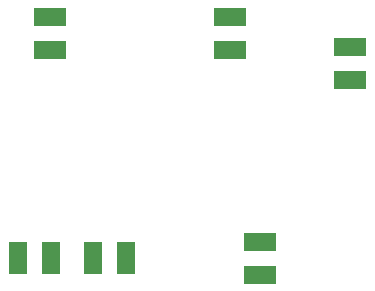
<source format=gbr>
G04 EAGLE Gerber RS-274X export*
G75*
%MOMM*%
%FSLAX34Y34*%
%LPD*%
%INSolderpaste Top*%
%IPPOS*%
%AMOC8*
5,1,8,0,0,1.08239X$1,22.5*%
G01*
%ADD10R,2.700000X1.600000*%
%ADD11R,1.600000X2.700000*%


D10*
X419100Y141000D03*
X419100Y113000D03*
X241300Y303500D03*
X241300Y331500D03*
D11*
X242600Y127000D03*
X214600Y127000D03*
X278100Y127000D03*
X306100Y127000D03*
D10*
X495300Y278100D03*
X495300Y306100D03*
X393700Y303500D03*
X393700Y331500D03*
M02*

</source>
